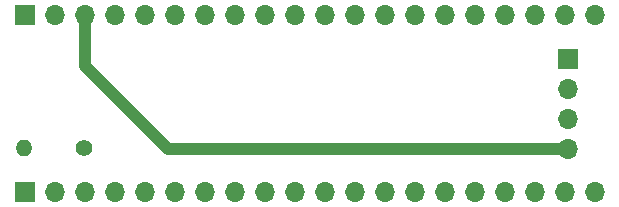
<source format=gbr>
%TF.GenerationSoftware,KiCad,Pcbnew,7.0.6-7.0.6~ubuntu22.04.1*%
%TF.CreationDate,2023-08-13T15:42:17+02:00*%
%TF.ProjectId,adaptor,61646170-746f-4722-9e6b-696361645f70,rev?*%
%TF.SameCoordinates,Original*%
%TF.FileFunction,Copper,L2,Bot*%
%TF.FilePolarity,Positive*%
%FSLAX46Y46*%
G04 Gerber Fmt 4.6, Leading zero omitted, Abs format (unit mm)*
G04 Created by KiCad (PCBNEW 7.0.6-7.0.6~ubuntu22.04.1) date 2023-08-13 15:42:17*
%MOMM*%
%LPD*%
G01*
G04 APERTURE LIST*
%TA.AperFunction,ComponentPad*%
%ADD10R,1.700000X1.700000*%
%TD*%
%TA.AperFunction,ComponentPad*%
%ADD11O,1.700000X1.700000*%
%TD*%
%TA.AperFunction,ComponentPad*%
%ADD12C,1.400000*%
%TD*%
%TA.AperFunction,ComponentPad*%
%ADD13O,1.400000X1.400000*%
%TD*%
%TA.AperFunction,Conductor*%
%ADD14C,1.000000*%
%TD*%
G04 APERTURE END LIST*
D10*
%TO.P,J2,1,Pin_1*%
%TO.N,/GND*%
X121740000Y-64000000D03*
D11*
%TO.P,J2,2,Pin_2*%
%TO.N,unconnected-(J2-Pin_2-Pad2)*%
X124280000Y-64000000D03*
%TO.P,J2,3,Pin_3*%
%TO.N,/3.3V*%
X126820000Y-64000000D03*
%TO.P,J2,4,Pin_4*%
%TO.N,unconnected-(J2-Pin_4-Pad4)*%
X129360000Y-64000000D03*
%TO.P,J2,5,Pin_5*%
%TO.N,unconnected-(J2-Pin_5-Pad5)*%
X131900000Y-64000000D03*
%TO.P,J2,6,Pin_6*%
%TO.N,unconnected-(J2-Pin_6-Pad6)*%
X134440000Y-64000000D03*
%TO.P,J2,7,Pin_7*%
%TO.N,unconnected-(J2-Pin_7-Pad7)*%
X136980000Y-64000000D03*
%TO.P,J2,8,Pin_8*%
%TO.N,unconnected-(J2-Pin_8-Pad8)*%
X139520000Y-64000000D03*
%TO.P,J2,9,Pin_9*%
%TO.N,unconnected-(J2-Pin_9-Pad9)*%
X142060000Y-64000000D03*
%TO.P,J2,10,Pin_10*%
%TO.N,unconnected-(J2-Pin_10-Pad10)*%
X144600000Y-64000000D03*
%TO.P,J2,11,Pin_11*%
%TO.N,unconnected-(J2-Pin_11-Pad11)*%
X147140000Y-64000000D03*
%TO.P,J2,12,Pin_12*%
%TO.N,unconnected-(J2-Pin_12-Pad12)*%
X149680000Y-64000000D03*
%TO.P,J2,13,Pin_13*%
%TO.N,unconnected-(J2-Pin_13-Pad13)*%
X152220000Y-64000000D03*
%TO.P,J2,14,Pin_14*%
%TO.N,unconnected-(J2-Pin_14-Pad14)*%
X154760000Y-64000000D03*
%TO.P,J2,15,Pin_15*%
%TO.N,unconnected-(J2-Pin_15-Pad15)*%
X157300000Y-64000000D03*
%TO.P,J2,16,Pin_16*%
%TO.N,unconnected-(J2-Pin_16-Pad16)*%
X159840000Y-64000000D03*
%TO.P,J2,17,Pin_17*%
%TO.N,unconnected-(J2-Pin_17-Pad17)*%
X162380000Y-64000000D03*
%TO.P,J2,18,Pin_18*%
%TO.N,unconnected-(J2-Pin_18-Pad18)*%
X164920000Y-64000000D03*
%TO.P,J2,19,Pin_19*%
%TO.N,unconnected-(J2-Pin_19-Pad19)*%
X167460000Y-64000000D03*
%TO.P,J2,20,Pin_20*%
%TO.N,unconnected-(J2-Pin_20-Pad20)*%
X170000000Y-64000000D03*
%TD*%
D12*
%TO.P,R1,1*%
%TO.N,/SWDIO*%
X126750000Y-75290000D03*
D13*
%TO.P,R1,2*%
%TO.N,Net-(J1-Pin_1)*%
X121670000Y-75290000D03*
%TD*%
D10*
%TO.P,J1,1,Pin_1*%
%TO.N,Net-(J1-Pin_1)*%
X121740000Y-79000000D03*
D11*
%TO.P,J1,2,Pin_2*%
%TO.N,/SWCLK*%
X124280000Y-79000000D03*
%TO.P,J1,3,Pin_3*%
%TO.N,/SWDIO*%
X126820000Y-79000000D03*
%TO.P,J1,4,Pin_4*%
%TO.N,unconnected-(J1-Pin_4-Pad4)*%
X129360000Y-79000000D03*
%TO.P,J1,5,Pin_5*%
%TO.N,unconnected-(J1-Pin_5-Pad5)*%
X131900000Y-79000000D03*
%TO.P,J1,6,Pin_6*%
%TO.N,unconnected-(J1-Pin_6-Pad6)*%
X134440000Y-79000000D03*
%TO.P,J1,7,Pin_7*%
%TO.N,unconnected-(J1-Pin_7-Pad7)*%
X136980000Y-79000000D03*
%TO.P,J1,8,Pin_8*%
%TO.N,unconnected-(J1-Pin_8-Pad8)*%
X139520000Y-79000000D03*
%TO.P,J1,9,Pin_9*%
%TO.N,unconnected-(J1-Pin_9-Pad9)*%
X142060000Y-79000000D03*
%TO.P,J1,10,Pin_10*%
%TO.N,unconnected-(J1-Pin_10-Pad10)*%
X144600000Y-79000000D03*
%TO.P,J1,11,Pin_11*%
%TO.N,unconnected-(J1-Pin_11-Pad11)*%
X147140000Y-79000000D03*
%TO.P,J1,12,Pin_12*%
%TO.N,unconnected-(J1-Pin_12-Pad12)*%
X149680000Y-79000000D03*
%TO.P,J1,13,Pin_13*%
%TO.N,unconnected-(J1-Pin_13-Pad13)*%
X152220000Y-79000000D03*
%TO.P,J1,14,Pin_14*%
%TO.N,unconnected-(J1-Pin_14-Pad14)*%
X154760000Y-79000000D03*
%TO.P,J1,15,Pin_15*%
%TO.N,unconnected-(J1-Pin_15-Pad15)*%
X157300000Y-79000000D03*
%TO.P,J1,16,Pin_16*%
%TO.N,unconnected-(J1-Pin_16-Pad16)*%
X159840000Y-79000000D03*
%TO.P,J1,17,Pin_17*%
%TO.N,unconnected-(J1-Pin_17-Pad17)*%
X162380000Y-79000000D03*
%TO.P,J1,18,Pin_18*%
%TO.N,unconnected-(J1-Pin_18-Pad18)*%
X164920000Y-79000000D03*
%TO.P,J1,19,Pin_19*%
%TO.N,unconnected-(J1-Pin_19-Pad19)*%
X167460000Y-79000000D03*
%TO.P,J1,20,Pin_20*%
%TO.N,unconnected-(J1-Pin_20-Pad20)*%
X170000000Y-79000000D03*
%TD*%
D10*
%TO.P,J3,1,Pin_1*%
%TO.N,/GND*%
X167750000Y-67710000D03*
D11*
%TO.P,J3,2,Pin_2*%
%TO.N,/SWCLK*%
X167750000Y-70250000D03*
%TO.P,J3,3,Pin_3*%
%TO.N,/SWDIO*%
X167750000Y-72790000D03*
%TO.P,J3,4,Pin_4*%
%TO.N,/3.3V*%
X167750000Y-75330000D03*
%TD*%
D14*
%TO.N,/3.3V*%
X126820000Y-68320000D02*
X133830000Y-75330000D01*
X133830000Y-75330000D02*
X167750000Y-75330000D01*
X126820000Y-64000000D02*
X126820000Y-68320000D01*
%TD*%
M02*

</source>
